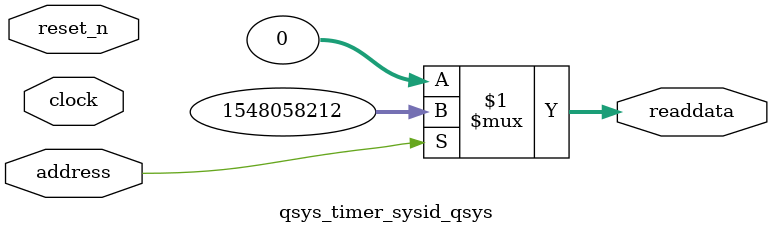
<source format=v>

`timescale 1ns / 1ps
// synthesis translate_on

// turn off superfluous verilog processor warnings 
// altera message_level Level1 
// altera message_off 10034 10035 10036 10037 10230 10240 10030 

module qsys_timer_sysid_qsys (
               // inputs:
                address,
                clock,
                reset_n,

               // outputs:
                readdata
             )
;

  output  [ 31: 0] readdata;
  input            address;
  input            clock;
  input            reset_n;

  wire    [ 31: 0] readdata;
  //control_slave, which is an e_avalon_slave
  assign readdata = address ? 1548058212 : 0;

endmodule




</source>
